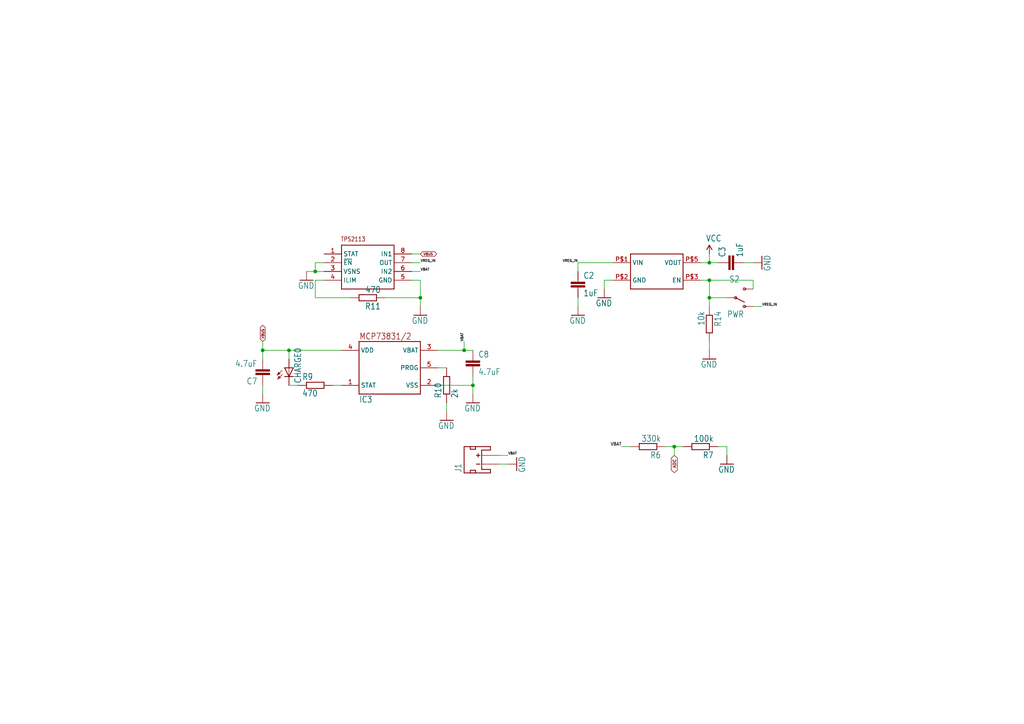
<source format=kicad_sch>
(kicad_sch (version 20231120) (generator "eeschema") (generator_version "8.0")
  (paper "A4")
  (lib_symbols
    (symbol "LAMEBOY-eagle-import:AP2112KAP2112K"
      (symbol "AP2112KAP2112K_1_0"
        (polyline (pts (xy -7.62 -5.08) (xy -7.62 5.08)) (stroke (width 0.254)))
        (polyline (pts (xy -7.62 5.08) (xy 7.62 5.08)) (stroke (width 0.254)))
        (polyline (pts (xy 7.62 -5.08) (xy -7.62 -5.08)) (stroke (width 0.254)))
        (polyline (pts (xy 7.62 5.08) (xy 7.62 -5.08)) (stroke (width 0.254)))
        (pin bidirectional line (at -12.7 2.54 0) (length 5.08) (name "VIN") (number "P$1"))
        (pin bidirectional line (at -12.7 -2.54 0) (length 5.08) (name "GND") (number "P$2"))
        (pin bidirectional line (at 12.7 -2.54 180) (length 5.08) (name "EN") (number "P$3"))
        (pin bidirectional line (at 12.7 2.54 180) (length 5.08) (name "VOUT") (number "P$5"))
      )
    )
    (symbol "LAMEBOY-eagle-import:C-EUONEFITSALL"
      (property "Reference" "C" (at 1.524 0.381 0))
      (symbol "C-EUONEFITSALL_1_0"
        (rectangle (start -2.032 -2.032) (end 2.032 -1.524) (fill (type outline)))
        (rectangle (start -2.032 -1.016) (end 2.032 -0.508) (fill (type outline)))
        (polyline (pts (xy 0 -2.54) (xy 0 -2.032)) (stroke (width 0.1524)))
        (polyline (pts (xy 0 0) (xy 0 -0.508)) (stroke (width 0.1524)))
        (pin passive line (at 0 2.54 270) (length 2.54) (name "1") (number "P$1"))
        (pin passive line (at 0 -5.08 90) (length 2.54) (name "2") (number "P$2"))
      )
    )
    (symbol "LAMEBOY-eagle-import:GND" (power)
      (symbol "GND_1_0"
        (polyline (pts (xy -1.905 0) (xy 1.905 0)) (stroke (width 0.254)))
        (pin power_in line (at 0 2.54 270) (length 2.54) (name "GND") (number "1"))
      )
    )
    (symbol "LAMEBOY-eagle-import:JST_2MM_MALE"
      (property "Reference" "J" (at -2.54 5.842 0))
      (symbol "JST_2MM_MALE_1_0"
        (polyline (pts (xy -2.54 -2.54) (xy -2.54 1.778)) (stroke (width 0.254)))
        (polyline (pts (xy -2.54 -2.54) (xy -1.524 -2.54)) (stroke (width 0.254)))
        (polyline (pts (xy -2.54 1.778) (xy -2.54 3.302)) (stroke (width 0.254)))
        (polyline (pts (xy -2.54 1.778) (xy -1.778 1.778)) (stroke (width 0.254)))
        (polyline (pts (xy -2.54 3.302) (xy -2.54 5.08)) (stroke (width 0.254)))
        (polyline (pts (xy -2.54 5.08) (xy 5.08 5.08)) (stroke (width 0.254)))
        (polyline (pts (xy -1.778 1.778) (xy -1.778 3.302)) (stroke (width 0.254)))
        (polyline (pts (xy -1.778 3.302) (xy -2.54 3.302)) (stroke (width 0.254)))
        (polyline (pts (xy -1.524 0) (xy -1.524 -2.54)) (stroke (width 0.254)))
        (polyline (pts (xy 0 0.508) (xy 0 1.524)) (stroke (width 0.254)))
        (polyline (pts (xy 2.032 1.016) (xy 3.048 1.016)) (stroke (width 0.254)))
        (polyline (pts (xy 2.54 0.508) (xy 2.54 1.524)) (stroke (width 0.254)))
        (polyline (pts (xy 4.064 -2.54) (xy 4.064 0)) (stroke (width 0.254)))
        (polyline (pts (xy 4.064 0) (xy -1.524 0)) (stroke (width 0.254)))
        (polyline (pts (xy 4.318 1.778) (xy 4.318 3.302)) (stroke (width 0.254)))
        (polyline (pts (xy 4.318 3.302) (xy 5.08 3.302)) (stroke (width 0.254)))
        (polyline (pts (xy 5.08 -2.54) (xy 4.064 -2.54)) (stroke (width 0.254)))
        (polyline (pts (xy 5.08 1.778) (xy 4.318 1.778)) (stroke (width 0.254)))
        (polyline (pts (xy 5.08 1.778) (xy 5.08 -2.54)) (stroke (width 0.254)))
        (polyline (pts (xy 5.08 3.302) (xy 5.08 1.778)) (stroke (width 0.254)))
        (polyline (pts (xy 5.08 5.08) (xy 5.08 3.302)) (stroke (width 0.254)))
        (pin bidirectional line (at 0 -5.08 90) (length 5.08) (name "-") (number "1"))
        (pin bidirectional line (at 2.54 -5.08 90) (length 5.08) (name "+") (number "2"))
        (pin bidirectional line (at -2.54 2.54 90) (length 0) (name "PAD1") (number "NC1"))
        (pin bidirectional line (at 5.08 2.54 90) (length 0) (name "PAD2") (number "NC2"))
      )
    )
    (symbol "LAMEBOY-eagle-import:LEDCHARLIE"
      (property "Reference" "LED" (at 3.556 -4.572 90))
      (symbol "LEDCHARLIE_1_0"
        (polyline (pts (xy -2.032 -0.762) (xy -3.429 -2.159)) (stroke (width 0.1524)))
        (polyline (pts (xy -1.905 -1.905) (xy -3.302 -3.302)) (stroke (width 0.1524)))
        (polyline (pts (xy 0 -2.54) (xy -1.27 -2.54)) (stroke (width 0.254)))
        (polyline (pts (xy 0 -2.54) (xy -1.27 0)) (stroke (width 0.254)))
        (polyline (pts (xy 0 0) (xy -1.27 0)) (stroke (width 0.254)))
        (polyline (pts (xy 0 0) (xy 0 -2.54)) (stroke (width 0.1524)))
        (polyline (pts (xy 1.27 -2.54) (xy 0 -2.54)) (stroke (width 0.254)))
        (polyline (pts (xy 1.27 0) (xy 0 -2.54)) (stroke (width 0.254)))
        (polyline (pts (xy 1.27 0) (xy 0 0)) (stroke (width 0.254)))
        (polyline (pts (xy -3.429 -2.159) (xy -3.048 -1.27) (xy -2.54 -1.778)) (stroke (width 0.1524)) (fill (type outline)))
        (polyline (pts (xy -3.302 -3.302) (xy -2.921 -2.413) (xy -2.413 -2.921)) (stroke (width 0.1524)) (fill (type outline)))
        (pin passive line (at 0 2.54 270) (length 2.54) (name "A") (number "A"))
        (pin passive line (at 0 -5.08 90) (length 2.54) (name "C") (number "C"))
      )
    )
    (symbol "LAMEBOY-eagle-import:MCP73831/OT"
      (property "Reference" "IC" (at -7.62 -10.16 0))
      (symbol "MCP73831/OT_1_0"
        (polyline (pts (xy -7.62 -7.62) (xy -7.62 7.62)) (stroke (width 0.254)))
        (polyline (pts (xy -7.62 7.62) (xy 10.16 7.62)) (stroke (width 0.254)))
        (polyline (pts (xy 10.16 -7.62) (xy -7.62 -7.62)) (stroke (width 0.254)))
        (polyline (pts (xy 10.16 7.62) (xy 10.16 -7.62)) (stroke (width 0.254)))
        (text "MCP73831/2" (at 7.62 10.16 0) (effects (font (size 1.778 1.5113)) (justify right top)))
        (pin output line (at -12.7 -5.08 0) (length 5.08) (name "STAT") (number "1"))
        (pin power_in line (at 15.24 -5.08 180) (length 5.08) (name "VSS") (number "2"))
        (pin bidirectional line (at 15.24 5.08 180) (length 5.08) (name "VBAT") (number "3"))
        (pin power_in line (at -12.7 5.08 0) (length 5.08) (name "VDD") (number "4"))
        (pin input line (at 15.24 0 180) (length 5.08) (name "PROG") (number "5"))
      )
    )
    (symbol "LAMEBOY-eagle-import:R-EU_ONEFITSALL"
      (property "Reference" "R" (at -3.81 1.4986 0))
      (symbol "R-EU_ONEFITSALL_1_0"
        (polyline (pts (xy -2.54 -0.889) (xy -2.54 0.889)) (stroke (width 0.254)))
        (polyline (pts (xy -2.54 -0.889) (xy 2.54 -0.889)) (stroke (width 0.254)))
        (polyline (pts (xy 2.54 -0.889) (xy 2.54 0.889)) (stroke (width 0.254)))
        (polyline (pts (xy 2.54 0.889) (xy -2.54 0.889)) (stroke (width 0.254)))
        (pin passive line (at -5.08 0 0) (length 2.54) (name "1") (number "P$1"))
        (pin passive line (at 5.08 0 180) (length 2.54) (name "2") (number "P$2"))
      )
    )
    (symbol "LAMEBOY-eagle-import:SWITCH-SPDT-SMD-A"
      (property "Reference" "S" (at -1.905 -6.35 0))
      (symbol "SWITCH-SPDT-SMD-A_1_0"
        (polyline (pts (xy 0 0) (xy 2.54 1.27)) (stroke (width 0.254)))
        (polyline (pts (xy 2.54 -2.54) (xy 3.175 -2.54)) (stroke (width 0.127)))
        (polyline (pts (xy 2.54 2.54) (xy 3.175 2.54)) (stroke (width 0.1524)))
        (circle (center 0 0) (radius 0.3592) (stroke (width 0.2032)))
        (circle (center 2.54 -2.54) (radius 0.3592) (stroke (width 0.2032)))
        (circle (center 2.54 2.54) (radius 0.3592) (stroke (width 0.2032)))
        (pin passive line (at 5.08 2.54 180) (length 2.54) (name "O") (number "1"))
        (pin passive line (at -2.54 0 0) (length 2.54) (name "P") (number "2"))
        (pin passive line (at 5.08 -2.54 180) (length 2.54) (name "S") (number "3"))
      )
    )
    (symbol "LAMEBOY-eagle-import:TPS2113-PW"
      (symbol "TPS2113-PW_1_0"
        (polyline (pts (xy -10.16 -7.62) (xy -10.16 5.08)) (stroke (width 0.254)))
        (polyline (pts (xy -10.16 5.08) (xy 5.08 5.08)) (stroke (width 0.254)))
        (polyline (pts (xy 5.08 -7.62) (xy -10.16 -7.62)) (stroke (width 0.254)))
        (polyline (pts (xy 5.08 5.08) (xy 5.08 -7.62)) (stroke (width 0.254)))
        (text "TPS2113" (at -10.414 6.096 0) (effects (font (size 1.27 1.0795)) (justify left bottom)))
        (pin bidirectional line (at -15.24 2.54 0) (length 5.08) (name "STAT") (number "1"))
        (pin bidirectional line (at -15.24 0 0) (length 5.08) (name "~{EN}") (number "2"))
        (pin bidirectional line (at -15.24 -2.54 0) (length 5.08) (name "VSNS") (number "3"))
        (pin bidirectional line (at -15.24 -5.08 0) (length 5.08) (name "ILIM") (number "4"))
        (pin bidirectional line (at 10.16 -5.08 180) (length 5.08) (name "GND") (number "5"))
        (pin bidirectional line (at 10.16 -2.54 180) (length 5.08) (name "IN2") (number "6"))
        (pin bidirectional line (at 10.16 0 180) (length 5.08) (name "OUT") (number "7"))
        (pin bidirectional line (at 10.16 2.54 180) (length 5.08) (name "IN1") (number "8"))
      )
    )
    (symbol "LAMEBOY-eagle-import:VCC" (power)
      (symbol "VCC_1_0"
        (polyline (pts (xy 0 2.54) (xy -0.762 1.27)) (stroke (width 0.254)))
        (polyline (pts (xy 0.762 1.27) (xy 0 2.54)) (stroke (width 0.254)))
        (pin power_in line (at 0 0 90) (length 2.54) (name "VCC") (number "1"))
      )
    )
  )
  (junction (at 121.92 86.36))
  (junction (at 134.62 101.6))
  (junction (at 205.74 86.36))
  (junction (at 91.44 78.74))
  (junction (at 76.2 101.6))
  (junction (at 83.82 101.6))
  (junction (at 205.74 81.28))
  (junction (at 195.58 129.54))
  (junction (at 205.74 76.2))
  (junction (at 137.16 111.76))
  (wire (pts (xy 93.98 76.2) (xy 91.44 76.2)) (stroke (width 0.1524)))
  (wire (pts (xy 137.16 111.76) (xy 137.16 114.3)) (stroke (width 0.1524)))
  (wire (pts (xy 218.44 88.9) (xy 220.98 88.9)) (stroke (width 0.1524)))
  (wire (pts (xy 205.74 86.36) (xy 210.82 86.36)) (stroke (width 0.1524)))
  (wire (pts (xy 119.38 73.66) (xy 121.92 73.66)) (stroke (width 0.1524)))
  (wire (pts (xy 83.82 104.14) (xy 83.82 101.6)) (stroke (width 0.1524)))
  (wire (pts (xy 91.44 76.2) (xy 91.44 78.74)) (stroke (width 0.1524)))
  (wire (pts (xy 177.8 81.28) (xy 175.26 81.28)) (stroke (width 0.1524)))
  (wire (pts (xy 205.74 76.2) (xy 205.74 73.66)) (stroke (width 0.1524)))
  (wire (pts (xy 101.6 86.36) (xy 91.44 86.36)) (stroke (width 0.1524)))
  (wire (pts (xy 203.2 76.2) (xy 205.74 76.2)) (stroke (width 0.1524)))
  (wire (pts (xy 167.64 76.2) (xy 177.8 76.2)) (stroke (width 0.1524)))
  (wire (pts (xy 203.2 81.28) (xy 205.74 81.28)) (stroke (width 0.1524)))
  (wire (pts (xy 119.38 81.28) (xy 121.92 81.28)) (stroke (width 0.1524)))
  (wire (pts (xy 119.38 76.2) (xy 121.92 76.2)) (stroke (width 0.1524)))
  (wire (pts (xy 205.74 99.06) (xy 205.74 101.6)) (stroke (width 0.1524)))
  (wire (pts (xy 76.2 101.6) (xy 76.2 104.14)) (stroke (width 0.1524)))
  (wire (pts (xy 193.04 129.54) (xy 195.58 129.54)) (stroke (width 0.1524)))
  (wire (pts (xy 83.82 101.6) (xy 99.06 101.6)) (stroke (width 0.1524)))
  (wire (pts (xy 76.2 114.3) (xy 76.2 111.76)) (stroke (width 0.1524)))
  (wire (pts (xy 121.92 81.28) (xy 121.92 86.36)) (stroke (width 0.1524)))
  (wire (pts (xy 91.44 81.28) (xy 93.98 81.28)) (stroke (width 0.1524)))
  (wire (pts (xy 205.74 76.2) (xy 208.28 76.2)) (stroke (width 0.1524)))
  (wire (pts (xy 137.16 111.76) (xy 137.16 109.22)) (stroke (width 0.1524)))
  (wire (pts (xy 134.62 101.6) (xy 134.62 99.06)) (stroke (width 0.1524)))
  (wire (pts (xy 99.06 111.76) (xy 96.52 111.76)) (stroke (width 0.1524)))
  (wire (pts (xy 119.38 78.74) (xy 121.92 78.74)) (stroke (width 0.1524)))
  (wire (pts (xy 205.74 86.36) (xy 205.74 88.9)) (stroke (width 0.1524)))
  (wire (pts (xy 127 106.68) (xy 129.54 106.68)) (stroke (width 0.1524)))
  (wire (pts (xy 91.44 86.36) (xy 91.44 81.28)) (stroke (width 0.1524)))
  (wire (pts (xy 167.64 88.9) (xy 167.64 86.36)) (stroke (width 0.1524)))
  (wire (pts (xy 86.36 111.76) (xy 83.82 111.76)) (stroke (width 0.1524)))
  (wire (pts (xy 91.44 78.74) (xy 88.9 78.74)) (stroke (width 0.1524)))
  (wire (pts (xy 182.88 129.54) (xy 180.34 129.54)) (stroke (width 0.1524)))
  (wire (pts (xy 205.74 81.28) (xy 205.74 86.36)) (stroke (width 0.1524)))
  (wire (pts (xy 144.78 134.62) (xy 147.32 134.62)) (stroke (width 0.1524)))
  (wire (pts (xy 167.64 76.2) (xy 167.64 78.74)) (stroke (width 0.1524)))
  (wire (pts (xy 175.26 81.28) (xy 175.26 83.82)) (stroke (width 0.1524)))
  (wire (pts (xy 195.58 129.54) (xy 195.58 132.08)) (stroke (width 0.1524)))
  (wire (pts (xy 76.2 101.6) (xy 76.2 99.06)) (stroke (width 0.1524)))
  (wire (pts (xy 218.44 81.28) (xy 205.74 81.28)) (stroke (width 0.1524)))
  (wire (pts (xy 127 101.6) (xy 134.62 101.6)) (stroke (width 0.1524)))
  (wire (pts (xy 111.76 86.36) (xy 121.92 86.36)) (stroke (width 0.1524)))
  (wire (pts (xy 127 111.76) (xy 137.16 111.76)) (stroke (width 0.1524)))
  (wire (pts (xy 218.44 83.82) (xy 218.44 81.28)) (stroke (width 0.1524)))
  (wire (pts (xy 210.82 132.08) (xy 210.82 129.54)) (stroke (width 0.1524)))
  (wire (pts (xy 134.62 101.6) (xy 137.16 101.6)) (stroke (width 0.1524)))
  (wire (pts (xy 215.9 76.2) (xy 218.44 76.2)) (stroke (width 0.1524)))
  (wire (pts (xy 195.58 129.54) (xy 198.12 129.54)) (stroke (width 0.1524)))
  (wire (pts (xy 93.98 78.74) (xy 91.44 78.74)) (stroke (width 0.1524)))
  (wire (pts (xy 83.82 101.6) (xy 76.2 101.6)) (stroke (width 0.1524)))
  (wire (pts (xy 147.32 132.08) (xy 144.78 132.08)) (stroke (width 0.1524)))
  (wire (pts (xy 121.92 86.36) (xy 121.92 88.9)) (stroke (width 0.1524)))
  (wire (pts (xy 129.54 119.38) (xy 129.54 116.84)) (stroke (width 0.1524)))
  (wire (pts (xy 208.28 129.54) (xy 210.82 129.54)) (stroke (width 0.1524)))
  (label "VBAT" (at 121.92 78.74 0) (effects (font (size 0.7112 0.7112))))
  (label "VBAT" (at 180.34 129.54 180) (effects (font (size 0.889 0.889))))
  (label "VREG_IN" (at 121.92 76.2 0) (effects (font (size 0.7112 0.7112))))
  (label "VREG_IN" (at 220.98 88.9 0) (effects (font (size 0.7112 0.7112))))
  (label "VBAT" (at 147.32 132.08 0) (effects (font (size 0.7112 0.7112))))
  (label "VREG_IN" (at 167.64 76.2 180) (effects (font (size 0.7112 0.7112))))
  (label "VBAT" (at 134.62 99.06 90) (effects (font (size 0.7112 0.7112))))
  (global_label "VBUS" (shape bidirectional) (at 121.92 73.66 0) (effects (font (size 0.7112 0.7112))) (property "Intersheetrefs" "${INTERSHEET_REFS}" (effects (hide yes))))
  (global_label "ADC" (shape bidirectional) (at 195.58 132.08 270) (effects (font (size 0.889 0.889))) (property "Intersheetrefs" "${INTERSHEET_REFS}" (effects (hide yes))))
  (global_label "VBUS" (shape bidirectional) (at 76.2 99.06 90) (effects (font (size 0.7112 0.7112))) (property "Intersheetrefs" "${INTERSHEET_REFS}" (effects (hide yes))))
  (symbol (lib_id "LAMEBOY-eagle-import:C-EUONEFITSALL") (at 76.2 109.22 180) (unit 1)
    (property "Reference" "C7" (at 74.676 109.601 0) (effects (font (size 1.778 1.5113)) (justify left bottom)))
    (property "Value" "4.7uF" (at 74.676 104.521 0) (effects (font (size 1.778 1.5113)) (justify left bottom)))
    (property "Footprint" "LAMEBOY:ONEFITSALL" (effects (hide yes)))
  )
  (symbol (lib_id "LAMEBOY-eagle-import:GND") (at 175.26 86.36 0) (unit 1)
    (property "Reference" "#GND34" (effects (hide yes)))
    (property "Value" "GND" (at 172.72 88.9 0) (effects (font (size 1.778 1.5113)) (justify left bottom)))
  )
  (symbol (lib_id "LAMEBOY-eagle-import:C-EUONEFITSALL") (at 167.64 81.28 0) (unit 1)
    (property "Reference" "C2" (at 169.164 80.899 0) (effects (font (size 1.778 1.5113)) (justify left bottom)))
    (property "Value" "1uF" (at 169.164 85.979 0) (effects (font (size 1.778 1.5113)) (justify left bottom)))
    (property "Footprint" "LAMEBOY:ONEFITSALL" (effects (hide yes)))
  )
  (symbol (lib_id "LAMEBOY-eagle-import:R-EU_ONEFITSALL") (at 129.54 111.76 90) (unit 1)
    (property "Reference" "R10" (at 128.0414 115.57 0) (effects (font (size 1.778 1.5113)) (justify left bottom)))
    (property "Value" "2k" (at 132.842 115.57 0) (effects (font (size 1.778 1.5113)) (justify left bottom)))
    (property "Footprint" "LAMEBOY:ONEFITSALL" (effects (hide yes)))
  )
  (symbol (lib_id "LAMEBOY-eagle-import:SWITCH-SPDT-SMD-A") (at 213.36 86.36 0) (mirror x) (unit 1)
    (property "Reference" "S2" (at 211.455 80.01 0) (effects (font (size 1.778 1.5113)) (justify left bottom)))
    (property "Value" "PWR" (at 210.82 90.17 0) (effects (font (size 1.778 1.5113)) (justify left bottom)))
    (property "Footprint" "LAMEBOY:SWITCH-SPST-SMD-A" (effects (hide yes)))
  )
  (symbol (lib_id "LAMEBOY-eagle-import:GND") (at 210.82 134.62 0) (unit 1)
    (property "Reference" "#GND15" (effects (hide yes)))
    (property "Value" "GND" (at 208.28 137.16 0) (effects (font (size 1.778 1.5113)) (justify left bottom)))
  )
  (symbol (lib_id "LAMEBOY-eagle-import:MCP73831/OT") (at 111.76 106.68 0) (unit 1)
    (property "Reference" "IC3" (at 104.14 116.84 0) (effects (font (size 1.778 1.5113)) (justify left bottom)))
    (property "Value" "MCP73831" (effects (hide yes)))
    (property "Footprint" "LAMEBOY:SOT23-5L" (effects (hide yes)))
  )
  (symbol (lib_id "LAMEBOY-eagle-import:GND") (at 137.16 116.84 0) (unit 1)
    (property "Reference" "#GND18" (effects (hide yes)))
    (property "Value" "GND" (at 134.62 119.38 0) (effects (font (size 1.778 1.5113)) (justify left bottom)))
  )
  (symbol (lib_id "LAMEBOY-eagle-import:GND") (at 129.54 121.92 0) (unit 1)
    (property "Reference" "#GND20" (effects (hide yes)))
    (property "Value" "GND" (at 127 124.46 0) (effects (font (size 1.778 1.5113)) (justify left bottom)))
  )
  (symbol (lib_id "LAMEBOY-eagle-import:GND") (at 167.64 91.44 0) (unit 1)
    (property "Reference" "#GND35" (effects (hide yes)))
    (property "Value" "GND" (at 165.1 93.98 0) (effects (font (size 1.778 1.5113)) (justify left bottom)))
  )
  (symbol (lib_id "LAMEBOY-eagle-import:GND") (at 205.74 104.14 0) (unit 1)
    (property "Reference" "#GND39" (effects (hide yes)))
    (property "Value" "GND" (at 203.2 106.68 0) (effects (font (size 1.778 1.5113)) (justify left bottom)))
  )
  (symbol (lib_id "LAMEBOY-eagle-import:R-EU_ONEFITSALL") (at 205.74 93.98 270) (unit 1)
    (property "Reference" "R14" (at 207.2386 90.17 0) (effects (font (size 1.778 1.5113)) (justify left bottom)))
    (property "Value" "10k" (at 202.438 90.17 0) (effects (font (size 1.778 1.5113)) (justify left bottom)))
    (property "Footprint" "LAMEBOY:ONEFITSALL" (effects (hide yes)))
  )
  (symbol (lib_id "LAMEBOY-eagle-import:JST_2MM_MALE") (at 139.7 134.62 90) (unit 1)
    (property "Reference" "J1" (at 133.858 137.16 0) (effects (font (size 1.778 1.5113)) (justify left bottom)))
    (property "Value" "JST_2MM_MALE" (effects (hide yes)))
    (property "Footprint" "LAMEBOY:JST-2-SMD" (effects (hide yes)))
  )
  (symbol (lib_id "LAMEBOY-eagle-import:R-EU_ONEFITSALL") (at 106.68 86.36 180) (unit 1)
    (property "Reference" "R11" (at 110.49 87.8586 0) (effects (font (size 1.778 1.5113)) (justify left bottom)))
    (property "Value" "470" (at 110.49 83.058 0) (effects (font (size 1.778 1.5113)) (justify left bottom)))
    (property "Footprint" "LAMEBOY:ONEFITSALL" (effects (hide yes)))
  )
  (symbol (lib_id "LAMEBOY-eagle-import:R-EU_ONEFITSALL") (at 203.2 129.54 180) (unit 1)
    (property "Reference" "R7" (at 207.01 131.0386 0) (effects (font (size 1.778 1.5113)) (justify left bottom)))
    (property "Value" "100k" (at 207.01 126.238 0) (effects (font (size 1.778 1.5113)) (justify left bottom)))
    (property "Footprint" "LAMEBOY:ONEFITSALL" (effects (hide yes)))
  )
  (symbol (lib_id "LAMEBOY-eagle-import:GND") (at 149.86 134.62 90) (unit 1)
    (property "Reference" "#GND13" (effects (hide yes)))
    (property "Value" "GND" (at 152.4 137.16 0) (effects (font (size 1.778 1.5113)) (justify left bottom)))
  )
  (symbol (lib_id "LAMEBOY-eagle-import:R-EU_ONEFITSALL") (at 91.44 111.76 0) (unit 1)
    (property "Reference" "R9" (at 87.63 110.2614 0) (effects (font (size 1.778 1.5113)) (justify left bottom)))
    (property "Value" "470" (at 87.63 115.062 0) (effects (font (size 1.778 1.5113)) (justify left bottom)))
    (property "Footprint" "LAMEBOY:ONEFITSALL" (effects (hide yes)))
  )
  (symbol (lib_id "LAMEBOY-eagle-import:TPS2113-PW") (at 109.22 76.2 0) (unit 1)
    (property "Reference" "U$4" (effects (hide yes)))
    (property "Value" "TPS2113-PW" (effects (hide yes)))
    (property "Footprint" "LAMEBOY:TEXAS-PW" (effects (hide yes)))
  )
  (symbol (lib_id "LAMEBOY-eagle-import:LEDCHARLIE") (at 83.82 106.68 0) (unit 1)
    (property "Reference" "CHARGE0" (at 87.376 111.252 90) (effects (font (size 1.778 1.5113)) (justify left bottom)))
    (property "Value" "LEDCHARLIE" (effects (hide yes)))
    (property "Footprint" "LAMEBOY:CHIPLED_0603_CHARLIE" (effects (hide yes)))
  )
  (symbol (lib_id "LAMEBOY-eagle-import:VCC") (at 205.74 73.66 0) (unit 1)
    (property "Reference" "#SUPPLY14" (effects (hide yes)))
    (property "Value" "VCC" (at 204.724 70.104 0) (effects (font (size 1.778 1.5113)) (justify left bottom)))
  )
  (symbol (lib_id "LAMEBOY-eagle-import:GND") (at 76.2 116.84 0) (unit 1)
    (property "Reference" "#GND19" (effects (hide yes)))
    (property "Value" "GND" (at 73.66 119.38 0) (effects (font (size 1.778 1.5113)) (justify left bottom)))
  )
  (symbol (lib_id "LAMEBOY-eagle-import:C-EUONEFITSALL") (at 210.82 76.2 90) (unit 1)
    (property "Reference" "C3" (at 210.439 74.676 0) (effects (font (size 1.778 1.5113)) (justify left bottom)))
    (property "Value" "1uF" (at 215.519 74.676 0) (effects (font (size 1.778 1.5113)) (justify left bottom)))
    (property "Footprint" "LAMEBOY:ONEFITSALL" (effects (hide yes)))
  )
  (symbol (lib_id "LAMEBOY-eagle-import:GND") (at 88.9 81.28 0) (unit 1)
    (property "Reference" "#GND22" (effects (hide yes)))
    (property "Value" "GND" (at 86.36 83.82 0) (effects (font (size 1.778 1.5113)) (justify left bottom)))
  )
  (symbol (lib_id "LAMEBOY-eagle-import:R-EU_ONEFITSALL") (at 187.96 129.54 180) (unit 1)
    (property "Reference" "R6" (at 191.77 131.0386 0) (effects (font (size 1.778 1.5113)) (justify left bottom)))
    (property "Value" "330k" (at 191.77 126.238 0) (effects (font (size 1.778 1.5113)) (justify left bottom)))
    (property "Footprint" "LAMEBOY:ONEFITSALL" (effects (hide yes)))
  )
  (symbol (lib_id "LAMEBOY-eagle-import:GND") (at 121.92 91.44 0) (unit 1)
    (property "Reference" "#GND21" (effects (hide yes)))
    (property "Value" "GND" (at 119.38 93.98 0) (effects (font (size 1.778 1.5113)) (justify left bottom)))
  )
  (symbol (lib_id "LAMEBOY-eagle-import:AP2112KAP2112K") (at 190.5 78.74 0) (unit 1)
    (property "Reference" "U$9" (effects (hide yes)))
    (property "Value" "AP2112KAP2112K" (effects (hide yes)))
    (property "Footprint" "LAMEBOY:AP2112" (effects (hide yes)))
  )
  (symbol (lib_id "LAMEBOY-eagle-import:C-EUONEFITSALL") (at 137.16 104.14 0) (unit 1)
    (property "Reference" "C8" (at 138.684 103.759 0) (effects (font (size 1.778 1.5113)) (justify left bottom)))
    (property "Value" "4.7uF" (at 138.684 108.839 0) (effects (font (size 1.778 1.5113)) (justify left bottom)))
    (property "Footprint" "LAMEBOY:ONEFITSALL" (effects (hide yes)))
  )
  (symbol (lib_id "LAMEBOY-eagle-import:GND") (at 220.98 76.2 90) (unit 1)
    (property "Reference" "#GND3" (effects (hide yes)))
    (property "Value" "GND" (at 223.52 78.74 0) (effects (font (size 1.778 1.5113)) (justify left bottom)))
  )
)
</source>
